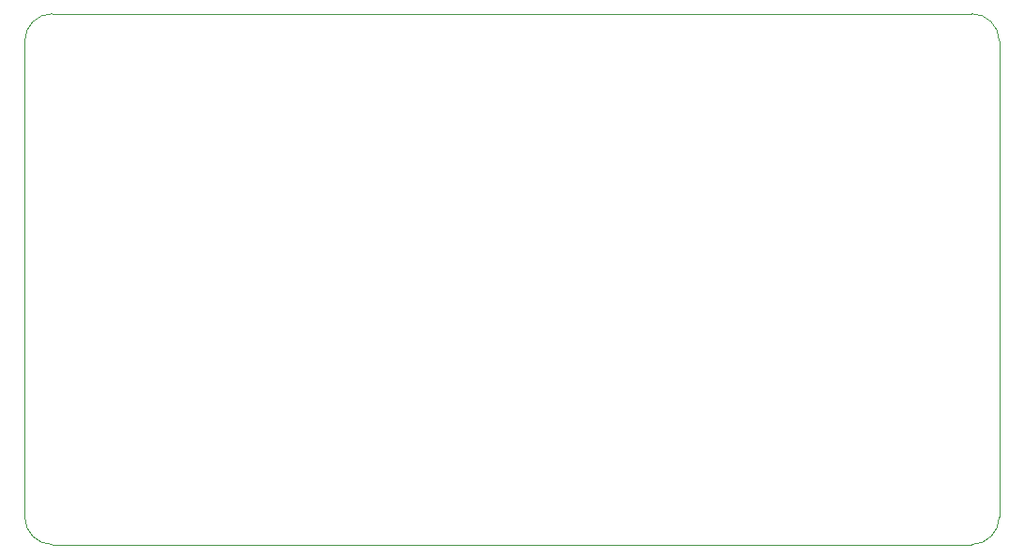
<source format=gbr>
%TF.GenerationSoftware,KiCad,Pcbnew,5.1.8*%
%TF.CreationDate,2021-01-19T18:06:27+01:00*%
%TF.ProjectId,hl-alyx-glove,686c2d61-6c79-4782-9d67-6c6f76652e6b,rev?*%
%TF.SameCoordinates,Original*%
%TF.FileFunction,Profile,NP*%
%FSLAX46Y46*%
G04 Gerber Fmt 4.6, Leading zero omitted, Abs format (unit mm)*
G04 Created by KiCad (PCBNEW 5.1.8) date 2021-01-19 18:06:27*
%MOMM*%
%LPD*%
G01*
G04 APERTURE LIST*
%TA.AperFunction,Profile*%
%ADD10C,0.050000*%
%TD*%
G04 APERTURE END LIST*
D10*
X170500000Y-45000000D02*
X87500000Y-45000000D01*
X173000000Y-90500000D02*
X173000000Y-47500000D01*
X87500000Y-93000000D02*
X170500000Y-93000000D01*
X85000000Y-47500000D02*
X85000000Y-90500000D01*
X87500000Y-93000000D02*
G75*
G02*
X85000000Y-90500000I0J2500000D01*
G01*
X85000000Y-47500000D02*
G75*
G02*
X87500000Y-45000000I2500000J0D01*
G01*
X170500000Y-45000000D02*
G75*
G02*
X173000000Y-47500000I0J-2500000D01*
G01*
X173000000Y-90500000D02*
G75*
G02*
X170500000Y-93000000I-2500000J0D01*
G01*
M02*

</source>
